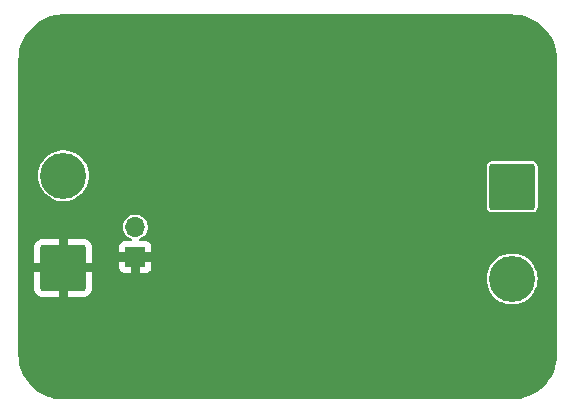
<source format=gbl>
%TF.GenerationSoftware,KiCad,Pcbnew,7.0.6*%
%TF.CreationDate,2023-07-17T23:29:13+02:00*%
%TF.ProjectId,bulb_driver,62756c62-5f64-4726-9976-65722e6b6963,rev?*%
%TF.SameCoordinates,Original*%
%TF.FileFunction,Copper,L2,Bot*%
%TF.FilePolarity,Positive*%
%FSLAX46Y46*%
G04 Gerber Fmt 4.6, Leading zero omitted, Abs format (unit mm)*
G04 Created by KiCad (PCBNEW 7.0.6) date 2023-07-17 23:29:13*
%MOMM*%
%LPD*%
G01*
G04 APERTURE LIST*
G04 Aperture macros list*
%AMRoundRect*
0 Rectangle with rounded corners*
0 $1 Rounding radius*
0 $2 $3 $4 $5 $6 $7 $8 $9 X,Y pos of 4 corners*
0 Add a 4 corners polygon primitive as box body*
4,1,4,$2,$3,$4,$5,$6,$7,$8,$9,$2,$3,0*
0 Add four circle primitives for the rounded corners*
1,1,$1+$1,$2,$3*
1,1,$1+$1,$4,$5*
1,1,$1+$1,$6,$7*
1,1,$1+$1,$8,$9*
0 Add four rect primitives between the rounded corners*
20,1,$1+$1,$2,$3,$4,$5,0*
20,1,$1+$1,$4,$5,$6,$7,0*
20,1,$1+$1,$6,$7,$8,$9,0*
20,1,$1+$1,$8,$9,$2,$3,0*%
G04 Aperture macros list end*
%TA.AperFunction,ComponentPad*%
%ADD10RoundRect,0.250002X-1.699998X1.699998X-1.699998X-1.699998X1.699998X-1.699998X1.699998X1.699998X0*%
%TD*%
%TA.AperFunction,ComponentPad*%
%ADD11C,3.900000*%
%TD*%
%TA.AperFunction,ComponentPad*%
%ADD12RoundRect,0.250002X1.699998X-1.699998X1.699998X1.699998X-1.699998X1.699998X-1.699998X-1.699998X0*%
%TD*%
%TA.AperFunction,ComponentPad*%
%ADD13C,0.800000*%
%TD*%
%TA.AperFunction,ComponentPad*%
%ADD14C,6.400000*%
%TD*%
%TA.AperFunction,ComponentPad*%
%ADD15R,1.700000X1.700000*%
%TD*%
%TA.AperFunction,ComponentPad*%
%ADD16O,1.700000X1.700000*%
%TD*%
%TA.AperFunction,ViaPad*%
%ADD17C,0.800000*%
%TD*%
G04 APERTURE END LIST*
D10*
%TO.P,J3,1,Pin_1*%
%TO.N,/LED+*%
X128500000Y-80800000D03*
D11*
%TO.P,J3,2,Pin_2*%
%TO.N,/LED-*%
X128500000Y-88600000D03*
%TD*%
D12*
%TO.P,J1,1,Pin_1*%
%TO.N,GND*%
X90500000Y-87650000D03*
D11*
%TO.P,J1,2,Pin_2*%
%TO.N,VCC*%
X90500000Y-79850000D03*
%TD*%
D13*
%TO.P,H1,1,1*%
%TO.N,GND*%
X126100000Y-95000000D03*
X126802944Y-93302944D03*
X126802944Y-96697056D03*
X128500000Y-92600000D03*
D14*
X128500000Y-95000000D03*
D13*
X128500000Y-97400000D03*
X130197056Y-93302944D03*
X130197056Y-96697056D03*
X130900000Y-95000000D03*
%TD*%
%TO.P,H2,1,1*%
%TO.N,GND*%
X126100000Y-70000000D03*
X126802944Y-68302944D03*
X126802944Y-71697056D03*
X128500000Y-67600000D03*
D14*
X128500000Y-70000000D03*
D13*
X128500000Y-72400000D03*
X130197056Y-68302944D03*
X130197056Y-71697056D03*
X130900000Y-70000000D03*
%TD*%
%TO.P,H4,1,1*%
%TO.N,GND*%
X88100000Y-70000000D03*
X88802944Y-68302944D03*
X88802944Y-71697056D03*
X90500000Y-67600000D03*
D14*
X90500000Y-70000000D03*
D13*
X90500000Y-72400000D03*
X92197056Y-68302944D03*
X92197056Y-71697056D03*
X92900000Y-70000000D03*
%TD*%
%TO.P,H3,1,1*%
%TO.N,GND*%
X88100000Y-95000000D03*
X88802944Y-93302944D03*
X88802944Y-96697056D03*
X90500000Y-92600000D03*
D14*
X90500000Y-95000000D03*
D13*
X90500000Y-97400000D03*
X92197056Y-93302944D03*
X92197056Y-96697056D03*
X92900000Y-95000000D03*
%TD*%
D15*
%TO.P,J2,1,Pin_1*%
%TO.N,GND*%
X96600000Y-86740000D03*
D16*
%TO.P,J2,2,Pin_2*%
%TO.N,PWM*%
X96600000Y-84200000D03*
%TD*%
D17*
%TO.N,GND*%
X118800000Y-86500000D03*
X116400000Y-86500000D03*
X114000000Y-86500000D03*
X115600000Y-86500000D03*
X117200000Y-86500000D03*
X118000000Y-86500000D03*
X114800000Y-86500000D03*
X110700000Y-80400000D03*
X110000000Y-80400000D03*
X109300000Y-80400000D03*
X109300000Y-84600000D03*
X110000000Y-84600000D03*
X110700000Y-84600000D03*
X109300000Y-81100000D03*
X110000000Y-81100000D03*
X110700000Y-81100000D03*
X110700000Y-83900000D03*
X110000000Y-83900000D03*
X109300000Y-83900000D03*
X109300000Y-83200000D03*
X110000000Y-83200000D03*
X110700000Y-83200000D03*
X110700000Y-81800000D03*
X110000000Y-81800000D03*
X109300000Y-81800000D03*
X109300000Y-82500000D03*
X110700000Y-82500000D03*
X110000000Y-82500000D03*
%TD*%
%TA.AperFunction,Conductor*%
%TO.N,GND*%
G36*
X128501208Y-66200560D02*
G01*
X128715351Y-66211079D01*
X128869992Y-66218676D01*
X128874820Y-66219153D01*
X129238844Y-66273150D01*
X129243603Y-66274096D01*
X129600594Y-66363518D01*
X129605207Y-66364917D01*
X129922492Y-66478444D01*
X129951714Y-66488900D01*
X129956204Y-66490759D01*
X130288880Y-66648103D01*
X130293144Y-66650381D01*
X130608818Y-66839589D01*
X130612840Y-66842278D01*
X130908427Y-67061501D01*
X130912174Y-67064575D01*
X131184858Y-67311722D01*
X131188277Y-67315141D01*
X131435420Y-67587821D01*
X131438504Y-67591579D01*
X131657717Y-67887153D01*
X131660413Y-67891186D01*
X131849613Y-68206848D01*
X131851899Y-68211125D01*
X132009239Y-68543794D01*
X132011099Y-68548285D01*
X132135076Y-68894773D01*
X132136487Y-68899425D01*
X132225901Y-69256388D01*
X132226849Y-69261155D01*
X132280846Y-69625179D01*
X132281322Y-69630016D01*
X132299439Y-69998790D01*
X132299499Y-70001219D01*
X132299500Y-94960117D01*
X132299500Y-94998779D01*
X132299440Y-95001208D01*
X132281322Y-95369983D01*
X132280846Y-95374820D01*
X132226849Y-95738844D01*
X132225901Y-95743611D01*
X132136487Y-96100574D01*
X132135076Y-96105226D01*
X132011099Y-96451714D01*
X132009239Y-96456205D01*
X131851899Y-96788874D01*
X131849608Y-96793161D01*
X131660418Y-97108805D01*
X131657717Y-97112846D01*
X131438504Y-97408420D01*
X131435420Y-97412178D01*
X131188286Y-97684849D01*
X131184849Y-97688286D01*
X130912178Y-97935420D01*
X130908420Y-97938504D01*
X130612846Y-98157717D01*
X130608805Y-98160418D01*
X130293161Y-98349608D01*
X130288874Y-98351899D01*
X129956205Y-98509239D01*
X129951714Y-98511099D01*
X129605226Y-98635076D01*
X129600574Y-98636487D01*
X129243611Y-98725901D01*
X129238844Y-98726849D01*
X128874820Y-98780846D01*
X128869983Y-98781322D01*
X128501208Y-98799440D01*
X128498779Y-98799500D01*
X90501221Y-98799500D01*
X90498792Y-98799440D01*
X90130016Y-98781322D01*
X90125179Y-98780846D01*
X89761155Y-98726849D01*
X89756388Y-98725901D01*
X89547474Y-98673571D01*
X89399418Y-98636484D01*
X89394779Y-98635078D01*
X89277144Y-98592987D01*
X89048285Y-98511099D01*
X89043794Y-98509239D01*
X88711125Y-98351899D01*
X88706848Y-98349613D01*
X88391186Y-98160413D01*
X88387153Y-98157717D01*
X88091579Y-97938504D01*
X88087821Y-97935420D01*
X87815141Y-97688277D01*
X87811722Y-97684858D01*
X87564575Y-97412174D01*
X87561501Y-97408427D01*
X87342278Y-97112840D01*
X87339589Y-97108818D01*
X87150381Y-96793144D01*
X87148100Y-96788874D01*
X87105348Y-96698483D01*
X86990759Y-96456204D01*
X86988900Y-96451714D01*
X86947607Y-96336309D01*
X86864917Y-96105207D01*
X86863518Y-96100594D01*
X86774096Y-95743603D01*
X86773150Y-95738844D01*
X86719153Y-95374820D01*
X86718676Y-95369983D01*
X86700560Y-95001208D01*
X86700500Y-94998779D01*
X86700500Y-87249999D01*
X88050000Y-87249999D01*
X88050001Y-87250000D01*
X89717478Y-87250000D01*
X89651922Y-87414532D01*
X89621131Y-87602349D01*
X89631435Y-87792394D01*
X89682352Y-87975781D01*
X89721700Y-88050000D01*
X88050002Y-88050000D01*
X88050001Y-88050001D01*
X88050001Y-89399984D01*
X88060492Y-89502685D01*
X88060495Y-89502697D01*
X88115643Y-89669122D01*
X88207680Y-89818339D01*
X88331660Y-89942319D01*
X88480877Y-90034356D01*
X88647308Y-90089506D01*
X88750014Y-90099999D01*
X90099998Y-90099999D01*
X90100000Y-90099998D01*
X90100000Y-88429047D01*
X90218964Y-88484086D01*
X90404838Y-88525000D01*
X90547445Y-88525000D01*
X90689208Y-88509582D01*
X90869570Y-88448812D01*
X90900000Y-88430502D01*
X90900000Y-90099998D01*
X90900001Y-90099999D01*
X92249984Y-90099999D01*
X92352685Y-90089507D01*
X92352697Y-90089504D01*
X92519122Y-90034356D01*
X92668339Y-89942319D01*
X92792319Y-89818339D01*
X92884356Y-89669122D01*
X92939506Y-89502691D01*
X92950000Y-89399985D01*
X92950000Y-88600002D01*
X126344475Y-88600002D01*
X126364551Y-88893507D01*
X126364552Y-88893511D01*
X126424408Y-89181554D01*
X126522928Y-89458764D01*
X126658278Y-89719976D01*
X126827935Y-89960326D01*
X127028740Y-90175335D01*
X127256951Y-90360999D01*
X127256957Y-90361003D01*
X127256959Y-90361004D01*
X127508313Y-90513856D01*
X127508325Y-90513863D01*
X127653147Y-90576766D01*
X127778159Y-90631067D01*
X128061445Y-90710440D01*
X128352902Y-90750500D01*
X128352908Y-90750500D01*
X128647092Y-90750500D01*
X128647098Y-90750500D01*
X128938555Y-90710440D01*
X129221841Y-90631067D01*
X129412413Y-90548290D01*
X129491674Y-90513863D01*
X129491677Y-90513860D01*
X129491682Y-90513859D01*
X129743049Y-90360999D01*
X129971260Y-90175335D01*
X130172065Y-89960326D01*
X130341722Y-89719976D01*
X130477072Y-89458764D01*
X130575592Y-89181554D01*
X130635448Y-88893511D01*
X130655525Y-88600000D01*
X130635448Y-88306489D01*
X130575592Y-88018446D01*
X130477072Y-87741236D01*
X130341722Y-87480024D01*
X130172065Y-87239674D01*
X129971260Y-87024665D01*
X129743049Y-86839001D01*
X129743044Y-86838998D01*
X129743040Y-86838995D01*
X129491686Y-86686143D01*
X129491674Y-86686136D01*
X129261475Y-86586148D01*
X129221841Y-86568933D01*
X128938555Y-86489560D01*
X128647098Y-86449500D01*
X128352902Y-86449500D01*
X128061445Y-86489560D01*
X127778159Y-86568933D01*
X127778155Y-86568934D01*
X127778154Y-86568935D01*
X127508325Y-86686136D01*
X127508313Y-86686143D01*
X127256959Y-86838995D01*
X127256945Y-86839005D01*
X127028745Y-87024660D01*
X127028744Y-87024661D01*
X126827934Y-87239675D01*
X126827929Y-87239681D01*
X126658278Y-87480023D01*
X126522926Y-87741240D01*
X126471668Y-87885468D01*
X126449735Y-87947184D01*
X126424407Y-88018450D01*
X126364553Y-88306483D01*
X126364551Y-88306492D01*
X126344475Y-88599997D01*
X126344475Y-88600002D01*
X92950000Y-88600002D01*
X92950000Y-88050001D01*
X92949999Y-88050000D01*
X91282522Y-88050000D01*
X91348078Y-87885468D01*
X91378869Y-87697651D01*
X91375625Y-87637824D01*
X95249999Y-87637824D01*
X95256401Y-87697370D01*
X95256403Y-87697381D01*
X95306646Y-87832088D01*
X95306647Y-87832090D01*
X95392807Y-87947184D01*
X95392815Y-87947192D01*
X95507909Y-88033352D01*
X95507911Y-88033353D01*
X95642618Y-88083596D01*
X95642629Y-88083598D01*
X95702176Y-88090000D01*
X96199999Y-88090000D01*
X96200000Y-88089999D01*
X96200000Y-87140001D01*
X96199999Y-87140000D01*
X95250001Y-87140000D01*
X95250000Y-87140001D01*
X95250000Y-87637824D01*
X95249999Y-87637824D01*
X91375625Y-87637824D01*
X91368565Y-87507606D01*
X91317648Y-87324219D01*
X91278300Y-87250000D01*
X92949998Y-87250000D01*
X92949999Y-87249999D01*
X92949999Y-85900015D01*
X92944090Y-85842175D01*
X95249999Y-85842175D01*
X95250000Y-86339999D01*
X95250001Y-86340000D01*
X96298103Y-86340000D01*
X96218239Y-86409202D01*
X96140507Y-86530156D01*
X96100000Y-86668111D01*
X96100000Y-86811889D01*
X96140507Y-86949844D01*
X96218239Y-87070798D01*
X96326900Y-87164952D01*
X96457685Y-87224680D01*
X96564237Y-87240000D01*
X96635763Y-87240000D01*
X96742315Y-87224680D01*
X96873100Y-87164952D01*
X96901897Y-87140000D01*
X97000000Y-87140000D01*
X97000000Y-88089999D01*
X97000001Y-88090000D01*
X97497824Y-88090000D01*
X97557370Y-88083598D01*
X97557381Y-88083596D01*
X97692088Y-88033353D01*
X97692090Y-88033352D01*
X97807184Y-87947192D01*
X97807192Y-87947184D01*
X97893352Y-87832090D01*
X97893353Y-87832088D01*
X97943596Y-87697381D01*
X97943598Y-87697370D01*
X97950000Y-87637824D01*
X97950000Y-87140001D01*
X97949999Y-87140000D01*
X97000000Y-87140000D01*
X96901897Y-87140000D01*
X96981761Y-87070798D01*
X97059493Y-86949844D01*
X97100000Y-86811889D01*
X97100000Y-86668111D01*
X97059493Y-86530156D01*
X96981761Y-86409202D01*
X96901897Y-86340000D01*
X97949999Y-86340000D01*
X97950000Y-86339998D01*
X97950000Y-85842175D01*
X97943598Y-85782629D01*
X97943596Y-85782618D01*
X97893353Y-85647911D01*
X97893352Y-85647909D01*
X97807192Y-85532815D01*
X97807184Y-85532807D01*
X97692090Y-85446647D01*
X97692088Y-85446646D01*
X97557381Y-85396403D01*
X97557370Y-85396401D01*
X97497824Y-85390000D01*
X96963361Y-85390000D01*
X96905170Y-85371093D01*
X96869206Y-85321593D01*
X96869206Y-85260407D01*
X96905170Y-85210907D01*
X96934623Y-85196263D01*
X97003954Y-85175232D01*
X97186450Y-85077685D01*
X97346410Y-84946410D01*
X97477685Y-84786450D01*
X97575232Y-84603954D01*
X97635300Y-84405934D01*
X97635301Y-84405929D01*
X97655583Y-84200003D01*
X97655583Y-84199996D01*
X97635301Y-83994070D01*
X97635300Y-83994065D01*
X97617078Y-83933996D01*
X97575232Y-83796046D01*
X97477685Y-83613550D01*
X97346410Y-83453590D01*
X97346404Y-83453585D01*
X97186452Y-83322316D01*
X97003954Y-83224768D01*
X96805934Y-83164699D01*
X96805929Y-83164698D01*
X96600003Y-83144417D01*
X96599997Y-83144417D01*
X96394070Y-83164698D01*
X96394065Y-83164699D01*
X96196045Y-83224768D01*
X96013547Y-83322316D01*
X95853595Y-83453585D01*
X95853585Y-83453595D01*
X95722316Y-83613547D01*
X95624768Y-83796045D01*
X95564699Y-83994065D01*
X95564698Y-83994070D01*
X95544417Y-84199996D01*
X95544417Y-84200003D01*
X95564698Y-84405929D01*
X95564699Y-84405934D01*
X95624768Y-84603954D01*
X95722316Y-84786452D01*
X95853585Y-84946404D01*
X95853590Y-84946410D01*
X95853595Y-84946414D01*
X96013547Y-85077683D01*
X96013548Y-85077683D01*
X96013550Y-85077685D01*
X96196046Y-85175232D01*
X96265377Y-85196263D01*
X96315574Y-85231248D01*
X96335620Y-85289056D01*
X96317859Y-85347607D01*
X96269075Y-85384536D01*
X96236639Y-85390000D01*
X95702176Y-85390000D01*
X95642629Y-85396401D01*
X95642618Y-85396403D01*
X95507911Y-85446646D01*
X95507909Y-85446647D01*
X95392815Y-85532807D01*
X95392807Y-85532815D01*
X95306647Y-85647909D01*
X95306646Y-85647911D01*
X95256403Y-85782618D01*
X95256401Y-85782629D01*
X95249999Y-85842175D01*
X92944090Y-85842175D01*
X92939507Y-85797314D01*
X92939504Y-85797302D01*
X92884356Y-85630877D01*
X92792319Y-85481660D01*
X92668339Y-85357680D01*
X92519122Y-85265643D01*
X92352691Y-85210493D01*
X92249985Y-85200000D01*
X90900001Y-85200000D01*
X90900000Y-85200001D01*
X90900000Y-86870952D01*
X90781036Y-86815914D01*
X90595162Y-86775000D01*
X90452555Y-86775000D01*
X90310792Y-86790418D01*
X90130430Y-86851188D01*
X90100000Y-86869497D01*
X90100000Y-85200000D01*
X88750015Y-85200000D01*
X88647314Y-85210492D01*
X88647302Y-85210495D01*
X88480877Y-85265643D01*
X88331660Y-85357680D01*
X88207680Y-85481660D01*
X88115643Y-85630877D01*
X88060493Y-85797308D01*
X88050000Y-85900014D01*
X88050000Y-87249999D01*
X86700500Y-87249999D01*
X86700500Y-82554272D01*
X126349500Y-82554272D01*
X126352353Y-82584693D01*
X126352355Y-82584702D01*
X126397206Y-82712880D01*
X126397207Y-82712881D01*
X126477851Y-82822149D01*
X126587119Y-82902793D01*
X126715302Y-82947646D01*
X126745727Y-82950499D01*
X126745729Y-82950500D01*
X126745736Y-82950500D01*
X130254271Y-82950500D01*
X130254271Y-82950499D01*
X130284698Y-82947646D01*
X130412881Y-82902793D01*
X130522149Y-82822149D01*
X130602793Y-82712881D01*
X130647646Y-82584698D01*
X130650499Y-82554271D01*
X130650500Y-82554270D01*
X130650500Y-79045729D01*
X130650499Y-79045727D01*
X130647646Y-79015306D01*
X130647646Y-79015302D01*
X130602793Y-78887119D01*
X130522149Y-78777851D01*
X130412881Y-78697207D01*
X130412880Y-78697206D01*
X130284702Y-78652355D01*
X130284693Y-78652353D01*
X130254272Y-78649500D01*
X130254264Y-78649500D01*
X126745736Y-78649500D01*
X126745727Y-78649500D01*
X126715306Y-78652353D01*
X126715297Y-78652355D01*
X126587119Y-78697206D01*
X126477852Y-78777850D01*
X126477850Y-78777852D01*
X126397206Y-78887119D01*
X126352355Y-79015297D01*
X126352353Y-79015306D01*
X126349500Y-79045727D01*
X126349500Y-82554272D01*
X86700500Y-82554272D01*
X86700500Y-79850002D01*
X88344475Y-79850002D01*
X88364551Y-80143507D01*
X88364552Y-80143511D01*
X88424408Y-80431554D01*
X88522928Y-80708764D01*
X88658278Y-80969976D01*
X88827935Y-81210326D01*
X89028740Y-81425335D01*
X89256951Y-81610999D01*
X89256957Y-81611003D01*
X89256959Y-81611004D01*
X89508313Y-81763856D01*
X89508325Y-81763863D01*
X89653147Y-81826766D01*
X89778159Y-81881067D01*
X90061445Y-81960440D01*
X90352902Y-82000500D01*
X90352908Y-82000500D01*
X90647092Y-82000500D01*
X90647098Y-82000500D01*
X90938555Y-81960440D01*
X91221841Y-81881067D01*
X91412413Y-81798290D01*
X91491674Y-81763863D01*
X91491677Y-81763860D01*
X91491682Y-81763859D01*
X91743049Y-81610999D01*
X91971260Y-81425335D01*
X92172065Y-81210326D01*
X92341722Y-80969976D01*
X92477072Y-80708764D01*
X92575592Y-80431554D01*
X92635448Y-80143511D01*
X92655525Y-79850000D01*
X92635448Y-79556489D01*
X92575592Y-79268446D01*
X92477072Y-78991236D01*
X92341722Y-78730024D01*
X92172065Y-78489674D01*
X91971260Y-78274665D01*
X91743049Y-78089001D01*
X91743044Y-78088998D01*
X91743040Y-78088995D01*
X91491686Y-77936143D01*
X91491674Y-77936136D01*
X91261475Y-77836148D01*
X91221841Y-77818933D01*
X90938555Y-77739560D01*
X90647098Y-77699500D01*
X90352902Y-77699500D01*
X90061445Y-77739560D01*
X89778159Y-77818933D01*
X89778155Y-77818934D01*
X89778154Y-77818935D01*
X89508325Y-77936136D01*
X89508313Y-77936143D01*
X89256959Y-78088995D01*
X89256945Y-78089005D01*
X89028745Y-78274660D01*
X89028744Y-78274661D01*
X88827934Y-78489675D01*
X88827929Y-78489681D01*
X88658278Y-78730023D01*
X88522926Y-78991240D01*
X88424407Y-79268450D01*
X88364553Y-79556483D01*
X88364551Y-79556492D01*
X88344475Y-79849997D01*
X88344475Y-79850002D01*
X86700500Y-79850002D01*
X86700500Y-70001220D01*
X86700560Y-69998791D01*
X86710288Y-69800745D01*
X86718677Y-69630005D01*
X86719153Y-69625179D01*
X86773150Y-69261155D01*
X86774095Y-69256400D01*
X86863519Y-68899399D01*
X86864915Y-68894798D01*
X86988901Y-68548280D01*
X86990756Y-68543802D01*
X87148107Y-68211110D01*
X87150377Y-68206864D01*
X87339595Y-67891172D01*
X87342271Y-67887168D01*
X87561508Y-67591562D01*
X87564567Y-67587835D01*
X87811731Y-67315131D01*
X87815131Y-67311731D01*
X88087835Y-67064567D01*
X88091562Y-67061508D01*
X88387168Y-66842271D01*
X88391172Y-66839595D01*
X88706864Y-66650377D01*
X88711110Y-66648107D01*
X89043802Y-66490756D01*
X89048280Y-66488901D01*
X89394798Y-66364915D01*
X89399399Y-66363519D01*
X89756400Y-66274095D01*
X89761155Y-66273150D01*
X90125179Y-66219153D01*
X90130005Y-66218677D01*
X90293604Y-66210639D01*
X90498792Y-66200560D01*
X90501221Y-66200500D01*
X90539882Y-66200500D01*
X128460118Y-66200500D01*
X128498779Y-66200500D01*
X128501208Y-66200560D01*
G37*
%TD.AperFunction*%
%TD*%
M02*

</source>
